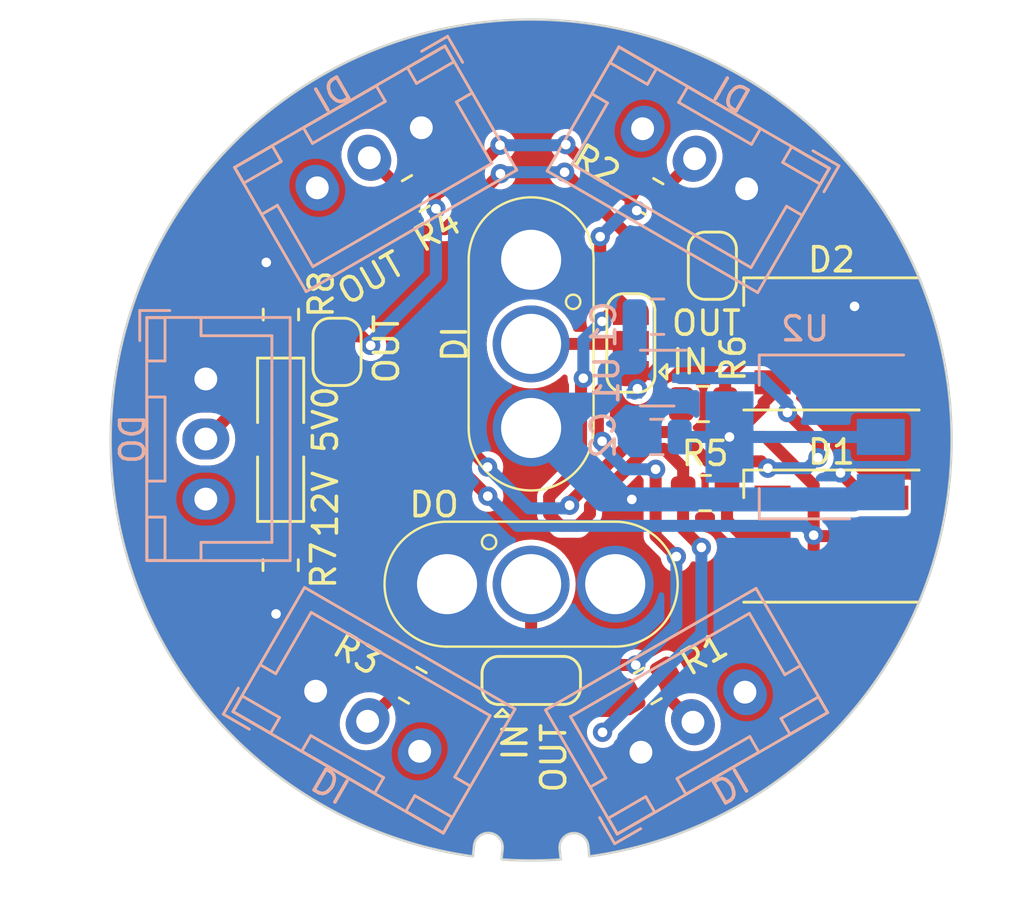
<source format=kicad_pcb>
(kicad_pcb (version 20221018) (generator pcbnew)
  (layers (0 "F.Cu" signal) (31 "B.Cu" signal) (34 "B.Paste" user) (35 "F.Paste" user) (36 "B.SilkS" user "B.Silkscreen") (37 "F.SilkS" user "F.Silkscreen") (38 "B.Mask" user) (39 "F.Mask" user) (44 "Edge.Cuts" user))
  (net 0 "")
  (net 1 "VCC")
  (net 2 "GND")
  (net 3 "+5V")
  (net 4 "Net-(J1-Pin_2)")
  (net 5 "DO")
  (net 6 "Net-(J3-Pin_2)")
  (net 7 "Net-(J4-Pin_2)")
  (net 8 "Net-(J5-Pin_2)")
  (net 9 "Net-(J6-Pin_2)")
  (net 10 "DI")
  (net 12 "Net-(D1-DIN)")
  (net 15 "Net-(D2-DIN)")
  (net 17 "Net-(D3-K)")
  (net 18 "Net-(D4-K)")
  (net 19 "Net-(J2-Pin_2)")
  (net 20 "Net-(J7-Pin_2)")
  (footprint "Resistor_SMD:R_0805_2012Metric" (layer "F.Cu") (at -4.8006 -10.2616 30)
    (fp_text reference "R4" (at -0.004803 1.78632 30) (layer "F.SilkS"))
    (fp_text value "33")
    (pad "1" smd roundrect (at -0.9125 0 30) (size 1.025 1.4) (layers "F.Cu" "F.Paste" "F.Mask") (roundrect_rratio 0.243902439) (net 7 "Net-(J4-Pin_2)"))
    (pad "2" smd roundrect (at 0.9125 0 30) (size 1.025 1.4) (layers "F.Cu" "F.Paste" "F.Mask") (roundrect_rratio 0.243902439) (net 10 "DI"))
  )
  (footprint "Jumper:SolderJumper-3_P1.3mm_Open_RoundedPad1.0x1.5mm" (layer "F.Cu") (at 4.1501 -4.0386 90)
    (fp_text reference "JP3" hide)
    (fp_text value "SolderJumper_3_Open")
    (pad "1" smd custom (at -1.3 0 90) (size 1 0.5) (layers "F.Cu" "F.Mask") (net 5 "DO") (options (clearance outline) (anchor rect)) (primitives (gr_circle (center 0 0.25) (end 0.5 0.25) (width 0) (fill yes)) (gr_circle (center 0 -0.25) (end 0.5 -0.25) (width 0) (fill yes)) (gr_poly (pts (xy 0.55 0.75) (xy 0 0.75) (xy 0 -0.75) (xy 0.55 -0.75)) (width 0) (fill yes))))
    (pad "2" smd rect (at 0 0 90) (size 1 1.5) (layers "F.Cu" "F.Mask") (net 9 "Net-(J6-Pin_2)"))
    (pad "3" smd custom (at 1.3 0 90) (size 1 0.5) (layers "F.Cu" "F.Mask") (net 10 "DI") (options (clearance outline) (anchor rect)) (primitives (gr_circle (center 0 0.25) (end 0.5 0.25) (width 0) (fill yes)) (gr_circle (center 0 -0.25) (end 0.5 -0.25) (width 0) (fill yes)) (gr_poly (pts (xy 0 0.75) (xy -0.55 0.75) (xy -0.55 -0.75) (xy 0 -0.75)) (width 0) (fill yes))))
  )
  (footprint "Jumper:SolderJumper-3_P1.3mm_Open_RoundedPad1.0x1.5mm" (layer "F.Cu") (at 0.0046 10.0076)
    (fp_text reference "JP4" hide)
    (fp_text value "SolderJumper_3_Open")
    (pad "1" smd custom (at -1.3 0) (size 1 0.5) (layers "F.Cu" "F.Mask") (net 10 "DI") (options (clearance outline) (anchor rect)) (primitives (gr_circle (center 0 0.25) (end 0.5 0.25) (width 0) (fill yes)) (gr_circle (center 0 -0.25) (end 0.5 -0.25) (width 0) (fill yes)) (gr_poly (pts (xy 0.55 0.75) (xy 0 0.75) (xy 0 -0.75) (xy 0.55 -0.75)) (width 0) (fill yes))))
    (pad "2" smd rect (at 0 0) (size 1 1.5) (layers "F.Cu" "F.Mask") (net 20 "Net-(J7-Pin_2)"))
    (pad "3" smd custom (at 1.3 0) (size 1 0.5) (layers "F.Cu" "F.Mask") (net 5 "DO") (options (clearance outline) (anchor rect)) (primitives (gr_circle (center 0 0.25) (end 0.5 0.25) (width 0) (fill yes)) (gr_circle (center 0 -0.25) (end 0.5 -0.25) (width 0) (fill yes)) (gr_poly (pts (xy 0 0.75) (xy -0.55 0.75) (xy -0.55 -0.75) (xy 0 -0.75)) (width 0) (fill yes))))
  )
  (footprint "Jumper:SolderJumper-2_P1.3mm_Open_RoundedPad1.0x1.5mm" (layer "F.Cu") (at -8.0772 -3.668 90)
    (fp_text reference "JP2" hide)
    (fp_text value "SolderJumper_2_Open")
    (pad "1" smd custom (at -0.65 0 90) (size 1 0.5) (layers "F.Cu" "F.Mask") (net 8 "Net-(J5-Pin_2)") (options (clearance outline) (anchor rect)) (primitives (gr_circle (center 0 0.25) (end 0.5 0.25) (width 0) (fill yes)) (gr_circle (center 0 -0.25) (end 0.5 -0.25) (width 0) (fill yes)) (gr_poly (pts (xy 0.5 0.75) (xy 0 0.75) (xy 0 -0.75) (xy 0.5 -0.75)) (width 0) (fill yes))))
    (pad "2" smd custom (at 0.65 0 90) (size 1 0.5) (layers "F.Cu" "F.Mask") (net 10 "DI") (options (clearance outline) (anchor rect)) (primitives (gr_circle (center 0 0.25) (end 0.5 0.25) (width 0) (fill yes)) (gr_circle (center 0 -0.25) (end 0.5 -0.25) (width 0) (fill yes)) (gr_poly (pts (xy 0 0.75) (xy -0.5 0.75) (xy -0.5 -0.75) (xy 0 -0.75)) (width 0) (fill yes))))
  )
  (footprint "Resistor_SMD:R_0805_2012Metric" (layer "F.Cu") (at -10.4256 5.2093 90)
    (fp_text reference "R7" (at 0.0023 1.7896 90) (layer "F.SilkS"))
    (fp_text value "10k")
    (pad "1" smd roundrect (at -0.9125 0 90) (size 1.025 1.4) (layers "F.Cu" "F.Paste" "F.Mask") (roundrect_rratio 0.243902439) (net 2 "GND"))
    (pad "2" smd roundrect (at 0.9125 0 90) (size 1.025 1.4) (layers "F.Cu" "F.Paste" "F.Mask") (roundrect_rratio 0.243902439) (net 17 "Net-(D3-K)"))
  )
  (footprint "LED_SMD:LED_WS2812_PLCC6_5.0x5.0mm_P1.6mm" (layer "F.Cu") (at 12.5 -4)
    (fp_text reference "D2" (at 0 -3.5) (layer "F.SilkS"))
    (fp_text value "WS2812")
    (pad "1" smd rect (at -2.45 -1.6) (size 1.5 1) (layers "F.Cu" "F.Paste" "F.Mask"))
    (pad "2" smd rect (at -2.45 0) (size 1.5 1) (layers "F.Cu" "F.Paste" "F.Mask") (net 15 "Net-(D2-DIN)"))
    (pad "3" smd rect (at -2.45 1.6) (size 1.5 1) (layers "F.Cu" "F.Paste" "F.Mask") (net 3 "+5V"))
    (pad "4" smd rect (at 2.45 1.6) (size 1.5 1) (layers "F.Cu" "F.Paste" "F.Mask"))
    (pad "5" smd rect (at 2.45 0) (size 1.5 1) (layers "F.Cu" "F.Paste" "F.Mask") (net 3 "+5V"))
    (pad "6" smd rect (at 2.45 -1.6) (size 1.5 1) (layers "F.Cu" "F.Paste" "F.Mask") (net 2 "GND"))
  )
  (footprint "Diode_SMD:D_0805_2012Metric" (layer "F.Cu") (at -10.4256 1.7041 90)
    (fp_text reference "D3" hide)
    (fp_text value "LED")
    (pad "1" smd roundrect (at -0.9375 0 90) (size 0.975 1.4) (layers "F.Cu" "F.Paste" "F.Mask") (net 17 "Net-(D3-K)"))
    (pad "2" smd roundrect (at 0.9375 0 90) (size 0.975 1.4) (layers "F.Cu" "F.Paste" "F.Mask") (net 1 "VCC"))
  )
  (footprint "Library Cube Library:amass mr30" (layer "F.Cu") (at 0 -4)
    (fp_text reference "J6" hide)
    (fp_text value "Conn_01x03_Socket")
    (pad "1" thru_hole circle (at 0 -3.5) (size 3.2 3.2) (drill 2.5) (layers "*.Cu" "*.Mask") (net 2 "GND"))
    (pad "2" thru_hole circle (at 0 0) (size 3.2 3.2) (drill 2.5) (layers "*.Cu" "*.Mask") (net 9 "Net-(J6-Pin_2)"))
    (pad "3" thru_hole circle (at 0 3.5) (size 3.2 3.2) (drill 2.5) (layers "*.Cu" "*.Mask") (net 1 "VCC"))
  )
  (footprint "Resistor_SMD:R_0805_2012Metric" (layer "F.Cu") (at 7.2404 2.2098)
    (fp_text reference "R5" (at 0 -1.65) (layer "F.SilkS"))
    (fp_text value "33")
    (pad "1" smd roundrect (at -0.9125 0) (size 1.025 1.4) (layers "F.Cu" "F.Paste" "F.Mask") (roundrect_rratio 0.243902439) (net 10 "DI"))
    (pad "2" smd roundrect (at 0.9125 0) (size 1.025 1.4) (layers "F.Cu" "F.Paste" "F.Mask") (roundrect_rratio 0.243902439) (net 12 "Net-(D1-DIN)"))
  )
  (footprint "Resistor_SMD:R_0805_2012Metric" (layer "F.Cu") (at 4.8514 10.2362 -150)
    (fp_text reference "R1" (at -2.684128 -0.024554 -330) (layer "F.SilkS"))
    (fp_text value "33")
    (pad "1" smd roundrect (at -0.9125 0 210) (size 1.025 1.4) (layers "F.Cu" "F.Paste" "F.Mask") (roundrect_rratio 0.243902439) (net 4 "Net-(J1-Pin_2)"))
    (pad "2" smd roundrect (at 0.9125 0 210) (size 1.025 1.4) (layers "F.Cu" "F.Paste" "F.Mask") (roundrect_rratio 0.243902439) (net 10 "DI"))
  )
  (footprint "Library Cube Library:amass mr30" (layer "F.Cu") (at 0 6 90)
    (fp_text reference "J7" hide)
    (fp_text value "Conn_01x03_Pin")
    (pad "1" thru_hole circle (at 0 -3.5 90) (size 3.2 3.2) (drill 2.5) (layers "*.Cu" "*.Mask") (net 2 "GND"))
    (pad "2" thru_hole circle (at 0 0 90) (size 3.2 3.2) (drill 2.5) (layers "*.Cu" "*.Mask") (net 20 "Net-(J7-Pin_2)"))
    (pad "3" thru_hole circle (at 0 3.5 90) (size 3.2 3.2) (drill 2.5) (layers "*.Cu" "*.Mask") (net 1 "VCC"))
  )
  (footprint "Jumper:SolderJumper-2_P1.3mm_Open_RoundedPad1.0x1.5mm" (layer "F.Cu") (at 7.5438 -7.254 -90)
    (fp_text reference "JP1" hide)
    (fp_text value "SolderJumper_2_Open")
    (pad "1" smd custom (at -0.65 0 270) (size 1 0.5) (layers "F.Cu" "F.Mask") (net 7 "Net-(J4-Pin_2)") (options (clearance outline) (anchor rect)) (primitives (gr_circle (center 0 0.25) (end 0.5 0.25) (width 0) (fill yes)) (gr_circle (center 0 -0.25) (end 0.5 -0.25) (width 0) (fill yes)) (gr_poly (pts (xy 0.5 0.75) (xy 0 0.75) (xy 0 -0.75) (xy 0.5 -0.75)) (width 0) (fill yes))))
    (pad "2" smd custom (at 0.65 0 270) (size 1 0.5) (layers "F.Cu" "F.Mask") (net 5 "DO") (options (clearance outline) (anchor rect)) (primitives (gr_circle (center 0 0.25) (end 0.5 0.25) (width 0) (fill yes)) (gr_circle (center 0 -0.25) (end 0.5 -0.25) (width 0) (fill yes)) (gr_poly (pts (xy 0 0.75) (xy -0.5 0.75) (xy -0.5 -0.75) (xy 0 -0.75)) (width 0) (fill yes))))
  )
  (footprint "Resistor_SMD:R_0805_2012Metric" (layer "F.Cu") (at 4.9276 -10.1346 150)
    (fp_text reference "R2" (at 2.561443 0.016949 150) (layer "F.SilkS"))
    (fp_text value "33")
    (pad "1" smd roundrect (at -0.9125 0 150) (size 1.025 1.4) (layers "F.Cu" "F.Paste" "F.Mask") (roundrect_rratio 0.243902439) (net 19 "Net-(J2-Pin_2)"))
    (pad "2" smd roundrect (at 0.9125 0 150) (size 1.025 1.4) (layers "F.Cu" "F.Paste" "F.Mask") (roundrect_rratio 0.243902439) (net 10 "DI"))
  )
  (footprint "Resistor_SMD:R_0805_2012Metric" (layer "F.Cu") (at 7.1628 -1.4986)
    (fp_text reference "R6" (at 1.2446 -1.905 90) (layer "F.SilkS"))
    (fp_text value "33")
    (pad "1" smd roundrect (at -0.9125 0) (size 1.025 1.4) (layers "F.Cu" "F.Paste" "F.Mask") (roundrect_rratio 0.243902439) (net 5 "DO"))
    (pad "2" smd roundrect (at 0.9125 0) (size 1.025 1.4) (layers "F.Cu" "F.Paste" "F.Mask") (roundrect_rratio 0.243902439) (net 15 "Net-(D2-DIN)"))
  )
  (footprint "Resistor_SMD:R_0805_2012Metric" (layer "F.Cu") (at -10.414 -5.2212 -90)
    (fp_text reference "R8" (at -0.8494 -1.6764 90) (layer "F.SilkS"))
    (fp_text value "3k3")
    (pad "1" smd roundrect (at -0.9125 0 270) (size 1.025 1.4) (layers "F.Cu" "F.Paste" "F.Mask") (roundrect_rratio 0.243902439) (net 2 "GND"))
    (pad "2" smd roundrect (at 0.9125 0 270) (size 1.025 1.4) (layers "F.Cu" "F.Paste" "F.Mask") (roundrect_rratio 0.243902439) (net 18 "Net-(D4-K)"))
  )
  (footprint "Diode_SMD:D_0805_2012Metric" (layer "F.Cu") (at -10.4256 -1.7249 -90)
    (fp_text reference "D4" hide)
    (fp_text value "LED")
    (pad "1" smd roundrect (at -0.9375 0 270) (size 0.975 1.4) (layers "F.Cu" "F.Paste" "F.Mask") (net 18 "Net-(D4-K)"))
    (pad "2" smd roundrect (at 0.9375 0 270) (size 0.975 1.4) (layers "F.Cu" "F.Paste" "F.Mask") (net 3 "+5V"))
  )
  (footprint "Resistor_SMD:R_0805_2012Metric" (layer "F.Cu") (at -4.9276 10.2108 -30)
    (fp_text reference "R3" (at -2.649431 0.033851 150) (layer "F.SilkS"))
    (fp_text value "33")
    (pad "1" smd roundrect (at -0.9125 0 330) (size 1.025 1.4) (layers "F.Cu" "F.Paste" "F.Mask") (roundrect_rratio 0.243902439) (net 6 "Net-(J3-Pin_2)"))
    (pad "2" smd roundrect (at 0.9125 0 330) (size 1.025 1.4) (layers "F.Cu" "F.Paste" "F.Mask") (roundrect_rratio 0.243902439) (net 10 "DI"))
  )
  (footprint "LED_SMD:LED_WS2812_PLCC6_5.0x5.0mm_P1.6mm" (layer "F.Cu") (at 12.5 4)
    (fp_text reference "D1" (at 0 -3.5) (layer "F.SilkS"))
    (fp_text value "WS2812")
    (pad "1" smd rect (at -2.45 -1.6) (size 1.5 1) (layers "F.Cu" "F.Paste" "F.Mask"))
    (pad "2" smd rect (at -2.45 0) (size 1.5 1) (layers "F.Cu" "F.Paste" "F.Mask") (net 12 "Net-(D1-DIN)"))
    (pad "3" smd rect (at -2.45 1.6) (size 1.5 1) (layers "F.Cu" "F.Paste" "F.Mask") (net 3 "+5V"))
    (pad "4" smd rect (at 2.45 1.6) (size 1.5 1) (layers "F.Cu" "F.Paste" "F.Mask"))
    (pad "5" smd rect (at 2.45 0) (size 1.5 1) (layers "F.Cu" "F.Paste" "F.Mask") (net 3 "+5V"))
    (pad "6" smd rect (at 2.45 -1.6) (size 1.5 1) (layers "F.Cu" "F.Paste" "F.Mask") (net 2 "GND"))
  )
  (footprint "Connector_JST:JST_XH_B3B-XH-A_1x03_P2.50mm_Vertical" (layer "B.Cu") (at 4.570295 12.995984 30)
    (fp_text reference "J1" hide)
    (fp_text value "Conn_01x03_Pin")
    (pad "1" thru_hole roundrect (at 0 0 30) (size 1.7 1.95) (drill 0.95) (layers "*.Cu" "*.Mask") (roundrect_rratio 0.1470588235) (net 2 "GND"))
    (pad "2" thru_hole oval (at 2.5 0 30) (size 1.7 1.95) (drill 0.95) (layers "*.Cu" "*.Mask") (net 4 "Net-(J1-Pin_2)"))
    (pad "3" thru_hole oval (at 5 0 30) (size 1.7 1.95) (drill 0.95) (layers "*.Cu" "*.Mask") (net 1 "VCC"))
  )
  (footprint "Connector_JST:JST_XH_B3B-XH-A_1x03_P2.50mm_Vertical" (layer "B.Cu") (at -8.969705 10.455984 -30)
    (fp_text reference "J3" hide)
    (fp_text value "Conn_01x03_Pin")
    (pad "1" thru_hole roundrect (at 0 0 330) (size 1.7 1.95) (drill 0.95) (layers "*.Cu" "*.Mask") (roundrect_rratio 0.1470588235) (net 2 "GND"))
    (pad "2" thru_hole oval (at 2.5 0 330) (size 1.7 1.95) (drill 0.95) (layers "*.Cu" "*.Mask") (net 6 "Net-(J3-Pin_2)"))
    (pad "3" thru_hole oval (at 5 0 330) (size 1.7 1.95) (drill 0.95) (layers "*.Cu" "*.Mask") (net 1 "VCC"))
  )
  (footprint "Connector_JST:JST_XH_B3B-XH-A_1x03_P2.50mm_Vertical" (layer "B.Cu") (at 8.969705 -10.455984 150)
    (fp_text reference "J2" hide)
    (fp_text value "Conn_01x03_Pin")
    (pad "1" thru_hole roundrect (at 0 0 150) (size 1.7 1.95) (drill 0.95) (layers "*.Cu" "*.Mask") (roundrect_rratio 0.1470588235) (net 2 "GND"))
    (pad "2" thru_hole oval (at 2.5 0 150) (size 1.7 1.95) (drill 0.95) (layers "*.Cu" "*.Mask") (net 19 "Net-(J2-Pin_2)"))
    (pad "3" thru_hole oval (at 5 0 150) (size 1.7 1.95) (drill 0.95) (layers "*.Cu" "*.Mask") (net 1 "VCC"))
  )
  (footprint "Connector_JST:JST_XH_B3B-XH-A_1x03_P2.50mm_Vertical" (layer "B.Cu") (at -13.54 -2.54 -90)
    (fp_text reference "J5" hide)
    (fp_text value "Conn_01x03_Pin")
    (pad "1" thru_hole roundrect (at 0 0 270) (size 1.7 1.95) (drill 0.95) (layers "*.Cu" "*.Mask") (roundrect_rratio 0.1470588235) (net 2 "GND"))
    (pad "2" thru_hole oval (at 2.5 0 270) (size 1.7 1.95) (drill 0.95) (layers "*.Cu" "*.Mask") (net 8 "Net-(J5-Pin_2)"))
    (pad "3" thru_hole oval (at 5 0 270) (size 1.7 1.95) (drill 0.95) (layers "*.Cu" "*.Mask") (net 1 "VCC"))
  )
  (footprint "Capacitor_SMD:C_0805_2012Metric" (layer "B.Cu") (at 5.2324 -0.127 180)
    (fp_text reference "C2" (at 2.2352 0.0762 90) (layer "B.SilkS") (effects (justify mirror)))
    (fp_text value "1uF")
    (pad "1" smd roundrect (at -0.95 0 180) (size 1 1.45) (layers "B.Cu" "B.Paste" "B.Mask") (net 3 "+5V"))
    (pad "2" smd roundrect (at 0.95 0 180) (size 1 1.45) (layers "B.Cu" "B.Paste" "B.Mask") (net 2 "GND"))
  )
  (footprint "Connector_JST:JST_XH_B3B-XH-A_1x03_P2.50mm_Vertical" (layer "B.Cu") (at -4.570295 -12.995984 -150)
    (fp_text reference "J4" hide)
    (fp_text value "Conn_01x03_Pin")
    (pad "1" thru_hole roundrect (at 0 0 210) (size 1.7 1.95) (drill 0.95) (layers "*.Cu" "*.Mask") (roundrect_rratio 0.1470588235) (net 2 "GND"))
    (pad "2" thru_hole oval (at 2.5 0 210) (size 1.7 1.95) (drill 0.95) (layers "*.Cu" "*.Mask") (net 7 "Net-(J4-Pin_2)"))
    (pad "3" thru_hole oval (at 5 0 210) (size 1.7 1.95) (drill 0.95) (layers "*.Cu" "*.Mask") (net 1 "VCC"))
  )
  (footprint "Capacitor_SMD:C_0805_2012Metric" (layer "B.Cu") (at 5.2628 -5.1308)
    (fp_text reference "C1" (at -2.2402 0.3302 90) (layer "B.SilkS") (effects (justify mirror)))
    (fp_text value "1uF")
    (pad "1" smd roundrect (at -0.95 0) (size 1 1.45) (layers "B.Cu" "B.Paste" "B.Mask") (net 1 "VCC"))
    (pad "2" smd roundrect (at 0.95 0) (size 1 1.45) (layers "B.Cu" "B.Paste" "B.Mask") (net 2 "GND"))
  )
  (footprint "Package_TO_SOT_SMD:SOT-353_SC-70-5" (layer "B.Cu") (at 5.2476 -2.5758 180)
    (fp_text reference "U1" (at 2.098 -0.0866 90) (layer "B.SilkS") (effects (justify mirror)))
    (fp_text value "74LVC1G125")
    (pad "1" smd rect (at -0.95 0.65 180) (size 0.65 0.4) (layers "B.Cu" "B.Paste" "B.Mask") (net 2 "GND"))
    (pad "2" smd rect (at -0.95 0 180) (size 0.65 0.4) (layers "B.Cu" "B.Paste" "B.Mask") (net 8 "Net-(J5-Pin_2)"))
    (pad "3" smd rect (at -0.95 -0.65 180) (size 0.65 0.4) (layers "B.Cu" "B.Paste" "B.Mask") (net 2 "GND"))
    (pad "4" smd rect (at 0.95 -0.65 180) (size 0.65 0.4) (layers "B.Cu" "B.Paste" "B.Mask") (net 5 "DO"))
    (pad "5" smd rect (at 0.95 0.65 180) (size 0.65 0.4) (layers "B.Cu" "B.Paste" "B.Mask") (net 1 "VCC"))
  )
  (footprint "Package_TO_SOT_SMD:SOT-223-3_TabPin2" (layer "B.Cu") (at 11.405 -0.127 180)
    (fp_text reference "U2" (at 0 4.5) (layer "B.SilkS") (effects (justify mirror)))
    (fp_text value "AZ1117-5.0")
    (pad "1" smd rect (at -3.15 2.3 180) (size 2 1.5) (layers "B.Cu" "B.Paste" "B.Mask") (net 2 "GND"))
    (pad "2" smd rect (at -3.15 0 180) (size 2 1.5) (layers "B.Cu" "B.Paste" "B.Mask") (net 3 "+5V"))
    (pad "2" smd rect (at 3.15 0 180) (size 2 3.8) (layers "B.Cu" "B.Paste" "B.Mask") (net 3 "+5V"))
    (pad "3" smd rect (at -3.15 -2.3 180) (size 2 1.5) (layers "B.Cu" "B.Paste" "B.Mask") (net 1 "VCC"))
  )
  (gr_arc (start -2.424886 17.331183) (mid -0.000006 -17.499999) (end 2.42489 17.331182) (stroke (width 0.1)) (layer "Edge.Cuts"))
  (gr_line (start 2.424886 17.331184) (end 2.378924 16.893883) (stroke (width 0.1)) (layer "Edge.Cuts"))
  (gr_arc (start 1.185497 17.019316) (mid 1.719494 16.359885) (end 2.378924 16.893883) (stroke (width 0.1)) (layer "Edge.Cuts"))
  (gr_arc (start 1.23146 17.456618) (mid 0 17.5) (end -1.23146 17.456618) (stroke (width 0.1)) (layer "Edge.Cuts"))
  (gr_line (start -1.185497 17.019316) (end -1.23146 17.456618) (stroke (width 0.1)) (layer "Edge.Cuts"))
  (gr_arc (start -2.378924 16.893883) (mid -1.719493 16.359885) (end -1.185497 17.019316) (stroke (width 0.1)) (layer "Edge.Cuts"))
  (gr_line (start -2.378924 16.893883) (end -2.424886 17.331184) (stroke (width 0.1)) (layer "Edge.Cuts"))
  (gr_line (start 1.23146 17.456618) (end 1.185497 17.019316) (stroke (width 0.1)) (layer "Edge.Cuts"))
  (gr_text "DO" (at -16 -0.04 90) (layer "B.SilkS") (effects (font (size 1 1)) (justify bottom mirror)))
  (gr_text "DI" (at 7.965359 13.876406 -150) (layer "B.SilkS") (effects (font (size 1 1)) (justify bottom mirror)))
  (gr_text "DI" (at -7.965359 -13.876406 30) (layer "B.SilkS") (effects (font (size 1 1)) (justify bottom mirror)))
  (gr_text "DI" (at -8.034642 13.836406 150) (layer "B.SilkS") (effects (font (size 1 1)) (justify bottom mirror)))
  (gr_text "DI" (at 8.034642 -13.836406 -30) (layer "B.SilkS") (effects (font (size 1 1)) (justify bottom mirror)))
  (gr_text "OUT" (at -7.6962 -5.461 30) (layer "F.SilkS") (effects (font (size 1 1)) (justify left bottom)))
  (gr_text "DI" (at -2.6 -4 90) (layer "F.SilkS") (effects (font (size 1 1)) (justify bottom)))
  (gr_text "DO" (at -4.0386 3.2766) (layer "F.SilkS") (effects (font (size 1 1)) (justify bottom)))
  (gr_text "OUT" (at -5.4356 -2.2606 90) (layer "F.SilkS") (effects (font (size 1 1)) (justify left bottom)))
  (gr_text "OUT\nIN" (at 5.7658 -2.667) (layer "F.SilkS") (effects (font (size 1 1)) (justify left bottom)))
  (gr_text "IN\nOUT" (at 1.524 11.7094 90) (layer "F.SilkS") (effects (font (size 1 1)) (justify right bottom)))
  (gr_text "12V 5V0" (at -7.9756 0.9144 90) (layer "F.SilkS") (effects (font (size 1 1)) (justify bottom)))
  (segment (start 3.5 6) (end 3.5 3.164) (width 0.5) (layer "F.Cu") (net 1))
  (segment (start 3.5 3.164) (end 4.191 2.473) (width 0.5) (layer "F.Cu") (net 1))
  (via (at 4.191 2.473) (size 0.8) (drill 0.4) (layers "F.Cu" "B.Cu") (net 1))
  (segment (start 3.2726 -2.8258) (end 3.6726 -3.2258) (width 1) (layer "B.Cu") (net 1))
  (segment (start 13.405 2.473) (end 4.191 2.473) (width 1) (layer "B.Cu") (net 1))
  (segment (start 2.868035 -1.471035) (end 3.2726 -1.8756) (width 1) (layer "B.Cu") (net 1))
  (segment (start 4.3128 -3.241) (end 4.2976 -3.2258) (width 1) (layer "B.Cu") (net 1))
  (segment (start 4.3128 -5.0292) (end 4.3128 -3.241) (width 1) (layer "B.Cu") (net 1))
  (segment (start 4.191 2.473) (end 2.973 2.473) (width 1) (layer "B.Cu") (net 1))
  (segment (start 13.705 2.173) (end 13.405 2.473) (width 1) (layer "B.Cu") (net 1))
  (segment (start 1.678565 -0.889) (end 2.2606 -1.471035) (width 1) (layer "B.Cu") (net 1))
  (segment (start 1.651 0.302102) (end 1.651 -0.889) (width 1) (layer "B.Cu") (net 1))
  (segment (start 0.971035 -1.471035) (end 2.2606 -1.471035) (width 1) (layer "B.Cu") (net 1))
  (segment (start 2.973 2.473) (end 0 -0.5) (width 1) (layer "B.Cu") (net 1))
  (segment (start 0 -0.5) (end 0.971035 -1.471035) (width 1) (layer "B.Cu") (net 1))
  (segment (start 3.2726 -1.8756) (end 3.2726 -2.8258) (width 1) (layer "B.Cu") (net 1))
  (segment (start 3.6726 -3.2258) (end 4.2976 -3.2258) (width 1) (layer "B.Cu") (net 1))
  (segment (start 3.821898 2.473) (end 1.651 0.302102) (width 1) (layer "B.Cu") (net 1))
  (segment (start 1.651 -0.889) (end 1.678565 -0.889) (width 1) (layer "B.Cu") (net 1))
  (segment (start 14.555 2.173) (end 13.705 2.173) (width 1) (layer "B.Cu") (net 1))
  (segment (start 4.191 2.473) (end 3.821898 2.473) (width 1) (layer "B.Cu") (net 1))
  (segment (start 2.2606 -1.471035) (end 2.868035 -1.471035) (width 1) (layer "B.Cu") (net 1))
  (segment (start -10.4256 6.1218) (end -10.4256 7.0474) (width 0.5) (layer "F.Cu") (net 2))
  (segment (start -10.414 -6.7818) (end -11.0236 -7.3914) (width 0.5) (layer "F.Cu") (net 2))
  (segment (start 14.95 2.4) (end 13.9062 2.4) (width 0.5) (layer "F.Cu") (net 2))
  (segment (start -10.4256 7.0474) (end -10.6172 7.239) (width 0.5) (layer "F.Cu") (net 2))
  (segment (start 13.9062 2.4) (end 12.8778 1.3716) (width 0.5) (layer "F.Cu") (net 2))
  (segment (start 14.95 -5.6) (end 13.4994 -5.6) (width 0.5) (layer "F.Cu") (net 2))
  (segment (start 13.4994 -5.6) (end 13.462 -5.5626) (width 0.5) (layer "F.Cu") (net 2))
  (segment (start -10.414 -6.1337) (end -10.414 -6.7818) (width 0.5) (layer "F.Cu") (net 2))
  (via (at 13.462 -5.5626) (size 0.8) (drill 0.4) (layers "F.Cu" "B.Cu") (net 2))
  (via (at 12.8778 1.3716) (size 0.8) (drill 0.4) (layers "F.Cu" "B.Cu") (net 2))
  (via (at -10.6172 7.239) (size 0.8) (drill 0.4) (layers "F.Cu" "B.Cu") (net 2))
  (via (at -11.0236 -7.3914) (size 0.8) (drill 0.4) (layers "F.Cu" "B.Cu") (net 2))
  (segment (start -13.54 -4.875) (end -13.54 -2.54) (width 0.5) (layer "B.Cu") (net 2))
  (segment (start 6.2128 -5.1308) (end 6.2128 -7.699079) (width 0.5) (layer "B.Cu") (net 2))
  (segment (start 6.2128 -7.699079) (end 8.969705 -10.455984) (width 0.5) (layer "B.Cu") (net 2))
  (segment (start 5.4226 -3.2258) (end 5.4726 -3.2758) (width 0.5) (layer "B.Cu") (net 2))
  (segment (start 13.462 -3.52) (end 14.555 -2.427) (width 0.5) (layer "B.Cu") (net 2))
  (segment (start 13.462 -5.5626) (end 13.462 -3.52) (width 0.5) (layer "B.Cu") (net 2))
  (segment (start 6.2128 -4.016) (end 5.4726 -3.2758) (width 0.5) (layer "B.Cu") (net 2))
  (segment (start 6.2128 -5.1308) (end 6.2128 -4.016) (width 0.5) (layer "B.Cu") (net 2))
  (segment (start -10.6172 7.239) (end -10.6172 8.808489) (width 0.5) (layer "B.Cu") (net 2))
  (segment (start -10.6172 8.808489) (end -8.969705 10.455984) (width 0.5) (layer "B.Cu") (net 2))
  (segment (start 5.4226 -1.2672) (end 5.4226 -3.2258) (width 0.5) (layer "B.Cu") (net 2))
  (segment (start 6.2128 -3.2758) (end 5.4726 -3.2758) (width 0.5) (layer "B.Cu") (net 2))
  (segment (start -11.0236 -7.3914) (end -13.54 -4.875) (width 0.5) (layer "B.Cu") (net 2))
  (segment (start 6.2128 -4.016) (end 6.2128 -3.2758) (width 0.5) (layer "B.Cu") (net 2))
  (segment (start 4.2824 -0.127) (end 5.4226 -1.2672) (width 0.5) (layer "B.Cu") (net 2))
  (segment (start 8.406149 -0.127) (end 9.6774 -1.398251) (width 0.5) (layer "F.Cu") (net 3))
  (segment (start 14.95 4) (end 11.7978 4) (width 0.5) (layer "F.Cu") (net 3))
  (segment (start 10.05 -2.4) (end 10.05 -1.922) (width 0.5) (layer "F.Cu") (net 3))
  (segment (start 11.7602 5.1398) (end 11.7602 3.9624) (width 0.5) (layer "F.Cu") (net 3))
  (segment (start 10.6 -2.4) (end 10.05 -2.4) (width 0.5) (layer "F.Cu") (net 3))
  (segment (start 12.2 -4) (end 10.6 -2.4) (width 0.5) (layer "F.Cu") (net 3))
  (segment (start -10.4256 -0.7874) (end -6.8072 -0.7874) (width 0.5) (layer "F.Cu") (net 3))
  (segment (start 9.6774 -1.398251) (end 9.6774 -1.5494) (width 0.5) (layer "F.Cu") (net 3))
  (segment (start 8.255 -0.127) (end 8.406149 -0.127) (width 0.5) (layer "F.Cu") (net 3))
  (segment (start 9.6774 -1.5494) (end 10.05 -1.922) (width 0.5) (layer "F.Cu") (net 3))
  (segment (start 9.755 -0.127) (end 11.7602 1.8782) (width 0.5) (layer "F.Cu") (net 3))
  (segment (start 11.7978 4) (end 11.7602 3.9624) (width 0.5) (layer "F.Cu") (net 3))
  (segment (start 8.255 -0.127) (end 9.755 -0.127) (width 0.5) (layer "F.Cu") (net 3))
  (segment (start -4.9276 -0.7874) (end -1.8034 2.3368) (width 0.5) (layer "F.Cu") (net 3))
  (segment (start -6.8072 -0.7874) (end -4.9276 -0.7874) (width 0.5) (layer "F.Cu") (net 3))
  (segment (start 14.95 -4) (end 12.2 -4) (width 0.5) (layer "F.Cu") (net 3))
  (segment (start 11.7602 1.8782) (end 11.7602 3.9624) (width 0.5) (layer "F.Cu") (net 3))
  (segment (start 11.3 5.6) (end 11.7602 5.1398) (width 0.5) (layer "F.Cu") (net 3))
  (segment (start 10.05 5.6) (end 11.3 5.6) (width 0.5) (layer "F.Cu") (net 3))
  (via (at 8.255 -0.127) (size 0.8) (drill 0.4) (layers "F.Cu" "B.Cu") (net 3))
  (via (at 11.7602 3.9624) (size 0.8) (drill 0.4) (layers "F.Cu" "B.Cu") (net 3))
  (via (at -1.8034 2.3368) (size 0.8) (drill 0.4) (layers "F.Cu" "B.Cu") (net 3))
  (segment (start -1.8034 2.3368) (end -0.5677 3.5725) (width 0.5) (layer "B.Cu") (net 3))
  (segment (start 8.255 -0.127) (end 6.1824 -0.127) (width 0.5) (layer "B.Cu") (net 3))
  (segment (start -0.5677 3.5725) (end 11.3703 3.5725) (width 0.5) (layer "B.Cu") (net 3))
  (segment (start 14.555 -0.127) (end 8.255 -0.127) (width 0.5) (layer "B.Cu") (net 3))
  (segment (start 11.3703 3.5725) (end 11.7602 3.9624) (width 0.5) (layer "B.Cu") (net 3))
  (segment (start 5.641648 9.77995) (end 5.641648 10.652273) (width 0.5) (layer "F.Cu") (net 4))
  (segment (start 5.641648 10.652273) (end 6.735359 11.745984) (width 0.5) (layer "F.Cu") (net 4))
  (segment (start 1.3046 10.0076) (end 1.947066 9.365134) (width 0.5) (layer "F.Cu") (net 5))
  (segment (start 1.947066 9.365134) (end 4.354328 9.365134) (width 0.5) (layer "F.Cu") (net 5))
  (segment (start 4.425532 -2.133767) (end 4.425532 -2.463168) (width 0.5) (layer "F.Cu") (net 5))
  (segment (start 2.776867 -0.762) (end 2.776867 -0.126959) (width 0.5) (layer "F.Cu") (net 5))
  (segment (start 3.543247 -2.7386) (end 2.776867 -1.97222) (width 0.5) (layer "F.Cu") (net 5))
  (segment (start 2.776867 -1.97222) (end 2.776867 -0.762) (width 0.5) (layer "F.Cu") (net 5))
  (segment (start 2.776867 -0.126959) (end 2.95561 0.051784) (width 0.5) (layer "F.Cu") (net 5))
  (segment (start 5.0001 -2.7386) (end 4.1501 -2.7386) (width 0.5) (layer "F.Cu") (net 5))
  (segment (start 7.5438 -5.2823) (end 5.0001 -2.7386) (width 0.5) (layer "F.Cu") (net 5))
  (segment (start 4.1501 -2.7386) (end 3.543247 -2.7386) (width 0.5) (layer "F.Cu") (net 5))
  (segment (start 6.0452 4.8514) (end 5.1816 3.9878) (width 0.5) (layer "F.Cu") (net 5))
  (segment (start 4.425532 -2.463168) (end 4.1501 -2.7386) (width 0.5) (layer "F.Cu") (net 5))
  (segment (start 5.1816 3.9878) (end 5.1816 1.2192) (width 0.5) (layer "F.Cu") (net 5))
  (segment (start 7.5438 -6.604) (end 7.5438 -5.2823) (width 0.5) (layer "F.Cu") (net 5))
  (via (at 4.354328 9.365134) (size 0.8) (drill 0.4) (layers "F.Cu" "B.Cu") (net 5))
  (via (at 2.95561 0.051784) (size 0.8) (drill 0.4) (layers "F.Cu" "B.Cu") (net 5))
  (via (at 4.425532 -2.133767) (size 0.8) (drill 0.4) (layers "F.Cu" "B.Cu") (net 5))
  (via (at 6.0452 4.8514) (size 0.8) (drill 0.4) (layers "F.Cu" "B.Cu") (net 5))
  (via (at 5.1816 1.2192) (size 0.8) (drill 0.4) (layers "F.Cu" "B.Cu") (net 5))
  (segment (start 4.354328 9.365134) (end 6.0452 7.674262) (width 0.5) (layer "B.Cu") (net 5))
  (segment (start 3.9116 1.2192) (end 5.1816 1.2192) (width 0.5) (layer "B.Cu") (net 5))
  (segment (start 2.95561 0.26321) (end 3.9116 1.2192) (width 0.5) (layer "B.Cu") (net 5))
  (segment (start 6.0452 7.674262) (end 6.0452 4.8514) (width 0.5) (layer "B.Cu") (net 5))
  (segment (start 2.95561 0.051784) (end 2.95561 0.26321) (width 0.5) (layer "B.Cu") (net 5))
  (segment (start 4.2976 -2.005835) (end 4.425532 -2.133767) (width 0.5) (layer "B.Cu") (net 5))
  (segment (start 4.2976 -1.9258) (end 4.2976 -2.005835) (width 0.5) (layer "B.Cu") (net 5))
  (segment (start -5.717848 9.75455) (end -5.717848 10.619191) (width 0.5) (layer "F.Cu") (net 6))
  (segment (start -5.717848 10.619191) (end -6.804641 11.705984) (width 0.5) (layer "F.Cu") (net 6))
  (segment (start 4.636024 -7.904) (end 1.393212 -11.146812) (width 0.5) (layer "F.Cu") (net 7))
  (segment (start -1.278912 -11.083312) (end -3.585624 -8.7766) (width 0.5) (layer "F.Cu") (net 7))
  (segment (start -5.590848 -9.80535) (end -5.590848 -10.601473) (width 0.5) (layer "F.Cu") (net 7))
  (segment (start 7.5438 -7.904) (end 4.636024 -7.904) (width 0.5) (layer "F.Cu") (net 7))
  (segment (start -3.585624 -8.7766) (end -4.562098 -8.7766) (width 0.5) (layer "F.Cu") (net 7))
  (segment (start -4.562098 -8.7766) (end -5.590848 -9.80535) (width 0.5) (layer "F.Cu") (net 7))
  (segment (start -5.590848 -10.601473) (end -6.735359 -11.745984) (width 0.5) (layer "F.Cu") (net 7))
  (via (at -1.278912 -11.083312) (size 0.8) (drill 0.4) (layers "F.Cu" "B.Cu") (net 7))
  (via (at 1.393212 -11.146812) (size 0.8) (drill 0.4) (layers "F.Cu" "B.Cu") (net 7))
  (segment (start 1.393212 -11.146812) (end -1.215412 -11.146812) (width 0.5) (layer "B.Cu") (net 7))
  (segment (start -1.215412 -11.146812) (end -1.278912 -11.083312) (width 0.5) (layer "B.Cu") (net 7))
  (segment (start 11.938 0.7366) (end 11.938 0.127) (width 0.5) (layer "F.Cu") (net 8))
  (segment (start -8.8392 -1.7249) (end -4.663724 -1.7249) (width 0.5) (layer "F.Cu") (net 8))
  (segment (start 4.539569 -0.3308) (end 6.1462 -0.3308) (width 0.5) (layer "F.Cu") (net 8))
  (segment (start 11.938 0.127) (end 10.668 -1.143) (width 0.5) (layer "F.Cu") (net 8))
  (segment (start -4.663724 -1.7249) (end -1.812312 1.126512) (width 0.5) (layer "F.Cu") (net 8))
  (segment (start 1.5997 2.7178) (end 1.5997 2.609069) (width 0.5) (layer "F.Cu") (net 8))
  (segment (start 6.1462 -0.3308) (end 7.366 0.889) (width 0.5) (layer "F.Cu") (net 8))
  (segment (start -8.0772 -2.4869) (end -8.8392 -1.7249) (width 0.5) (layer "F.Cu") (net 8))
  (segment (start -13.54 -0.04) (end -11.8551 -1.7249) (width 0.5) (layer "F.Cu") (net 8))
  (segment (start 7.366 0.889) (end 9.569624 0.889) (width 0.5) (layer "F.Cu") (net 8))
  (segment (start 9.569624 0.889) (end 9.8545 1.173876) (width 0.5) (layer "F.Cu") (net 8))
  (segment (start 1.5997 2.609069) (end 4.539569 -0.3308) (width 0.5) (layer "F.Cu") (net 8))
  (segment (start -8.0772 -3.018) (end -8.0772 -2.4869) (width 0.5) (layer "F.Cu") (net 8))
  (segment (start -11.8551 -1.7249) (end -8.8392 -1.7249) (width 0.5) (layer "F.Cu") (net 8))
  (via (at 9.8545 1.173876) (size 0.8) (drill 0.4) (layers "F.Cu" "B.Cu") (net 8))
  (via (at -1.812312 1.126512) (size 0.8) (drill 0.4) (layers "F.Cu" "B.Cu") (net 8))
  (via (at 11.938 0.7366) (size 0.8) (drill 0.4) (layers "F.Cu" "B.Cu") (net 8))
  (via (at 10.668 -1.143) (size 0.8) (drill 0.4) (layers "F.Cu" "B.Cu") (net 8))
  (via (at 1.5997 2.7178) (size 0.8) (drill 0.4) (layers "F.Cu" "B.Cu") (net 8))
  (segment (start 11.500724 1.173876) (end 11.938 0.7366) (width 0.5) (layer "B.Cu") (net 8))
  (segment (start 1.4727 2.8448) (end 1.5997 2.7178) (width 0.5) (layer "B.Cu") (net 8))
  (segment (start -1.812312 1.126512) (end -0.094024 2.8448) (width 0.5) (layer "B.Cu") (net 8))
  (segment (start 10.668 -1.143) (end 10.668 -1.5008) (width 0.5) (layer "B.Cu") (net 8))
  (segment (start 10.668 -1.5008) (end 9.593 -2.5758) (width 0.5) (layer "B.Cu") (net 8))
  (segment (start 9.593 -2.5758) (end 6.1976 -2.5758) (width 0.5) (layer "B.Cu") (net 8))
  (segment (start -0.094024 2.8448) (end 0.889 2.8448) (width 0.5) (layer "B.Cu") (net 8))
  (segment (start 0.889 2.8448) (end 1.4727 2.8448) (width 0.5) (layer "B.Cu") (net 8))
  (segment (start 9.8545 1.173876) (end 11.500724 1.173876) (width 0.5) (layer "B.Cu") (net 8))
  (segment (start 4.1115 -4) (end 4.1501 -4.0386) (width 0.5) (layer "F.Cu") (net 9))
  (segment (start 0 -4) (end 4.1115 -4) (width 0.5) (layer "F.Cu") (net 9))
  (segment (start 4.061152 10.69245) (end 4.061152 11.077248) (width 0.5) (layer "F.Cu") (net 10))
  (segment (start -7.0612 -4.318) (end -6.6802 -3.937) (width 0.5) (layer "F.Cu") (net 10))
  (segment (start 4.061152 11.077248) (end 2.9718 12.1666) (width 0.5) (layer "F.Cu") (net 10))
  (segment (start 6.3246 2.2131) (end 6.3279 2.2098) (width 0.5) (layer "F.Cu") (net 10))
  (segment (start -2.84575 -10.71785) (end -1.2954 -12.2682) (width 0.5) (layer "F.Cu") (net 10))
  (segment (start 5.533682 0.3692) (end 4.829519 0.3692) (width 0.5) (layer "F.Cu") (net 10))
  (segment (start 4.137352 -10.59085) (end 3.15055 -10.59085) (width 0.5) (layer "F.Cu") (net 10))
  (segment (start 1.231 3.5678) (end 0.7497 3.0865) (width 0.5) (layer "F.Cu") (net 10))
  (segment (start -4.010352 -10.71785) (end -2.84575 -10.71785) (width 0.5) (layer "F.Cu") (net 10))
  (segment (start 7.0866 4.4704) (end 6.3246 3.7084) (width 0.5) (layer "F.Cu") (net 10))
  (segment (start -1.2954 10.8576) (end -0.8754 11.2776) (width 0.5) (layer "F.Cu") (net 10))
  (segment (start -1.95485 10.66705) (end -1.2954 10.0076) (width 0.5) (layer "F.Cu") (net 10))
  (segment (start 6.3279 1.163418) (end 5.533682 0.3692) (width 0.5) (layer "F.Cu") (net 10))
  (segment (start -4.010352 -10.71785) (end -4.010352 -9.674552) (width 0.5) (layer "F.Cu") (net 10))
  (segment (start 4.137352 -10.59085) (end 4.137352 -9.807248) (width 0.5) (layer "F.Cu") (net 10))
  (segment (start 4.137352 -9.807248) (end 4.3942 -9.5504) (width 0.5) (layer "F.Cu") (net 10))
  (segment (start 2.076867 -2.474302) (end 2.076867 1.038551) (width 0.5) (layer "F.Cu") (net 10))
  (segment (start 4.1501 -5.3386) (end 3.35391 -5.3386) (width 0.5) (layer "F.Cu") (net 10))
  (segment (start -8.0772 -4.318) (end -7.0612 -4.318) (width 0.5) (layer "F.Cu") (net 10))
  (segment (start -1.2954 10.0076) (end -1.2954 10.8576) (width 0.5) (layer "F.Cu") (net 10))
  (segment (start 6.3279 2.2098) (end 6.3279 1.163418) (width 0.5) (layer "F.Cu") (net 10))
  (segment (start 2.875324 -6.613376) (end 4.1501 -5.3386) (width 0.5) (layer "F.Cu") (net 10))
  (segment (start 0.7497 3.0865) (end 0.7497 2.365718) (width 0.5) (layer "F.Cu") (net 10))
  (segment (start 2.076867 1.038551) (end 0.7497 2.365718) (width 0.5) (layer "F.Cu") (net 10))
  (segment (start 3.35391 -5.3386) (end 2.950713 -4.935403) (width 0.5) (layer "F.Cu") (net 10))
  (segment (start 4.829519 0.3692) (end 2.4497 2.749019) (width 0.5) (layer "F.Cu") (net 10))
  (segment (start -4.137352 10.66705) (end -1.95485 10.66705) (width 0.5) (layer "F.Cu") (net 10))
  (segment (start 1.951782 3.5678) (end 1.231 3.5678) (width 0.5) (layer "F.Cu") (net 10))
  (segment (start 6.3246 3.7084) (end 6.3246 2.2131) (width 0.5) (layer "F.Cu") (net 10))
  (segment (start -0.8754 11.2776) (end 3.476002 11.2776) (width 0.5) (layer "F.Cu") (net 10))
  (segment (start -4.010352 -9.674552) (end -3.9624 -9.6266) (width 0.5) (layer "F.Cu") (net 10))
  (segment (start 2.875324 -8.463324) (end 2.875324 -6.613376) (width 0.5) (layer "F.Cu") (net 10))
  (segment (start 2.4497 2.749019) (end 2.4497 3.069882) (width 0.5) (layer "F.Cu") (net 10))
  (segment (start 2.4497 3.069882) (end 1.951782 3.5678) (width 0.5) (layer "F.Cu") (net 10))
  (segment (start 3.476002 11.2776) (end 4.061152 10.69245) (width 0.5) (layer "F.Cu") (net 10))
  (segment (start 2.1731 -2.570535) (end 2.076867 -2.474302) (width 0.5) (layer "F.Cu") (net 10))
  (segment (start 3.15055 -10.59085) (end 1.4478 -12.2936) (width 0.5) (layer "F.Cu") (net 10))
  (via (at 2.1731 -2.570535) (size 0.8) (drill 0.4) (layers "F.Cu" "B.Cu") (net 10))
  (via (at -1.2954 -12.2682) (size 0.8) (drill 0.4) (layers "F.Cu" "B.Cu") (net 10))
  (via (at 7.0866 4.4704) (size 0.8) (drill 0.4) (layers "F.Cu" "B.Cu") (net 10))
  (via (at 4.3942 -9.5504) (size 0.8) (drill 0.4) (layers "F.Cu" "B.Cu") (net 10))
  (via (at 2.875324 -8.463324) (size 0.8) (drill 0.4) (layers "F.Cu" "B.Cu") (net 10))
  (via (at -6.6802 -3.937) (size 0.8) (drill 0.4) (layers "F.Cu" "B.Cu") (net 10))
  (via (at -3.9624 -9.6266) (size 0.8) (drill 0.4) (layers "F.Cu" "B.Cu") (net 10))
  (via (at 1.4478 -12.2936) (size 0.8) (drill 0.4) (layers "F.Cu" "B.Cu") (net 10))
  (via (at 2.9718 12.1666) (size 0.8) (drill 0.4) (layers "F.Cu" "B.Cu") (net 10))
  (via (at 2.950713 -4.935403) (size 0.8) (drill 0.4) (layers "F.Cu" "B.Cu") (net 10))
  (segment (start 2.1731 -4.15779) (end 2.1731 -2.570535) (width 0.5) (layer "B.Cu") (net 10))
  (segment (start 2.950713 -4.935403) (end 2.1731 -4.15779) (width 0.5) (layer "B.Cu") (net 10))
  (segment (start 1.4224 -12.2682) (end 1.4478 -12.2936) (width 0.5) (layer "B.Cu") (net 10))
  (segment (start -3.9624 -6.7818) (end -3.9624 -9.6266) (width 0.5) (layer "B.Cu") (net 10))
  (segment (start -6.6802 -4.064) (end -5.3594 -5.3848) (width 0.5) (layer "B.Cu") (net 10))
  (segment (start -5.3594 -5.3848) (end -3.9624 -6.7818) (width 0.5) (layer "B.Cu") (net 10))
  (segment (start 2.9718 12.1666) (end 7.0866 8.0518) (width 0.5) (layer "B.Cu") (net 10))
  (segment (start -6.6802 -3.937) (end -6.6802 -4.064) (width 0.5) (layer "B.Cu") (net 10))
  (segment (start 4.3942 -9.5504) (end 3.9624 -9.5504) (width 0.5) (layer "B.Cu") (net 10))
  (segment (start 3.9624 -9.5504) (end 2.875324 -8.463324) (width 0.5) (layer "B.Cu") (net 10))
  (segment (start 7.0866 8.0518) (end 7.0866 4.4704) (width 0.5) (layer "B.Cu") (net 10))
  (segment (start -1.2954 -12.2682) (end 1.4224 -12.2682) (width 0.5) (layer "B.Cu") (net 10))
  (segment (start 8.1529 2.2098) (end 8.1529 3.3529) (width 0.5) (layer "F.Cu") (net 12))
  (segment (start 8.8 4) (end 10.05 4) (width 0.5) (layer "F.Cu") (net 12))
  (segment (start 8.1529 3.3529) (end 8.8 4) (width 0.5) (layer "F.Cu") (net 12))
  (segment (start 9.5 -4) (end 10.05 -4) (width 0.5) (layer "F.Cu") (net 15))
  (segment (start 8.0753 -2.5753) (end 9.5 -4) (width 0.5) (layer "F.Cu") (net 15))
  (segment (start 8.0753 -1.4986) (end 8.0753 -2.5753) (width 0.5) (layer "F.Cu") (net 15))
  (segment (start -10.4256 2.6416) (end -10.4256 4.2968) (width 0.5) (layer "F.Cu") (net 17))
  (segment (start -10.4256 -4.2971) (end -10.414 -4.3087) (width 0.5) (layer "F.Cu") (net 18))
  (segment (start -10.4256 -2.6624) (end -10.4256 -4.2971) (width 0.5) (layer "F.Cu") (net 18))
  (segment (start 5.717848 -9.67835) (end 5.717848 -10.619191) (width 0.5) (layer "F.Cu") (net 19))
  (segment (start 5.717848 -10.619191) (end 6.804641 -11.705984) (width 0.5) (layer "F.Cu") (net 19))
  (segment (start 0 10.003) (end 0.0046 10.0076) (width 0.5) (layer "F.Cu") (net 20))
  (segment (start 0 6) (end 0 10.003) (width 0.5) (layer "F.Cu") (net 20))
  (zone (net 1) (net_name "VCC") (layer "F.Cu") (connect_pads yes (clearance 0.25)) (min_thickness 0.25) (fill yes (thermal_gap 0.05) (thermal_bridge_width 0.5))
    (polygon (pts (xy -22.106699 -18.313846) (xy 20.514501 -18.186846) (xy 18.558701 19.557554) (xy -21.116099 18.744754)))
  )
  (zone (net 2) (net_name "GND") (layer "B.Cu") (connect_pads yes (clearance 0.25)) (min_thickness 0.25) (fill yes (thermal_gap 0.05) (thermal_bridge_width 0.5))
    (polygon (pts (xy -22.098 -18.3134) (xy 20.5232 -18.1864) (xy 18.5674 19.558) (xy -21.1074 18.7452)))
  )
)
</source>
